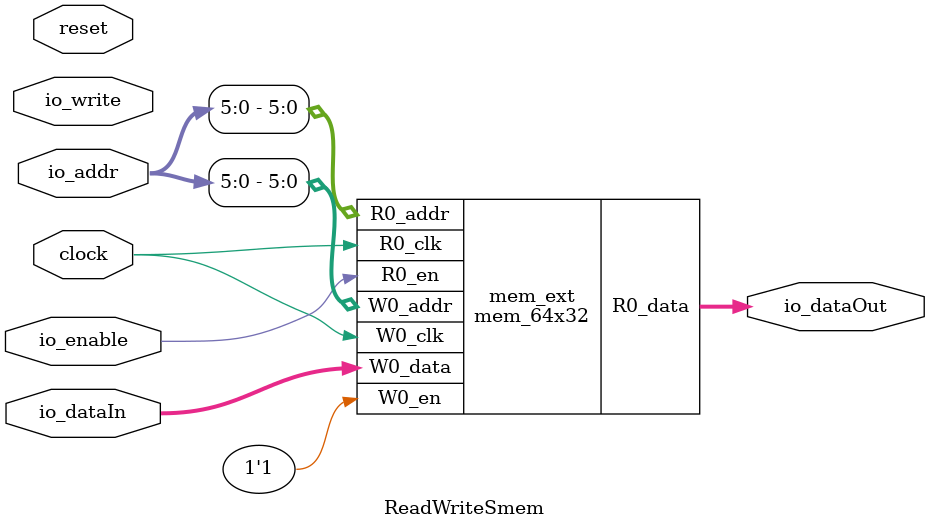
<source format=v>
module mem_64x32(
  input  [5:0]  R0_addr,
  input         R0_en,
                R0_clk,
  input  [5:0]  W0_addr,
  input         W0_en,
                W0_clk,
  input  [31:0] W0_data,
  output [31:0] R0_data
);

  reg [31:0] Memory[0:63];
  reg        _R0_en_d0;
  reg [5:0]  _R0_addr_d0;
  always @(posedge R0_clk) begin
    _R0_en_d0 <= R0_en;
    _R0_addr_d0 <= R0_addr;
  end // always @(posedge)
  always @(posedge W0_clk) begin
    if (W0_en)
      Memory[W0_addr] <= W0_data;
  end // always @(posedge)
  assign R0_data = _R0_en_d0 ? Memory[_R0_addr_d0] : 32'bx;
endmodule

module ReadWriteSmem(
  input         clock,
                reset,
                io_enable,
                io_write,
  input  [9:0]  io_addr,
  input  [31:0] io_dataIn,
  output [31:0] io_dataOut
);

  mem_64x32 mem_ext (
    .R0_addr (io_addr[5:0]),
    .R0_en   (io_enable),
    .R0_clk  (clock),
    .W0_addr (io_addr[5:0]),
    .W0_en   (1'h1),
    .W0_clk  (clock),
    .W0_data (io_dataIn),
    .R0_data (io_dataOut)
  );
endmodule


</source>
